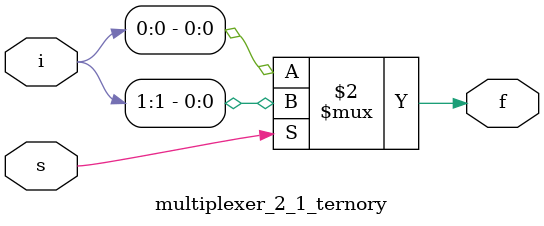
<source format=v>

module multiplexer_2_1_ternory(i,s,f);

// ---------- Port Declaration ---------- \\
  
  input [1:0]i;
  input s;
  output f;

// ---------- Implementation ---------- \\
  
  assign f = ((s==1) ? i[1] : i[0]); //here s==1 means i have put condition if s==1 then true otherwise false, true condition must be first

endmodule


</source>
